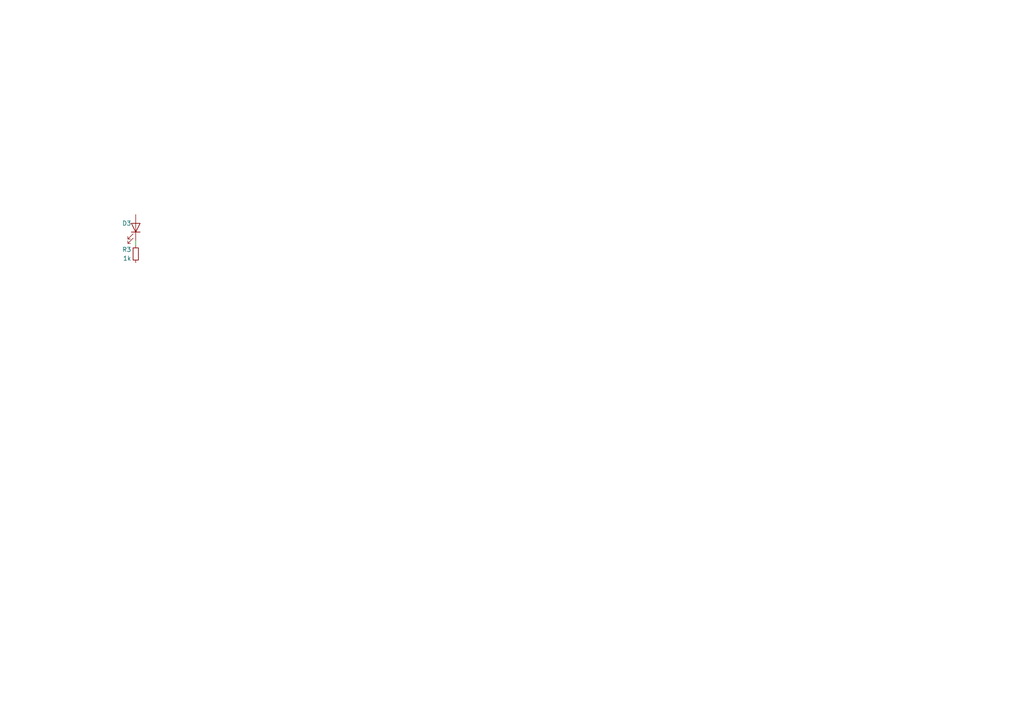
<source format=kicad_sch>
(kicad_sch (version 20250114) (generator "eeschema") (generator_version "9.0")
  (paper "A4")
  (lib_symbols
    (symbol "jlcpcb-basic-resistor-0402:1k"
      (property "Reference" "R" (at 0.762 0.508 0))
      (property "Value" "1k" (at 0.762 -1.016 0))
      (symbol "1k_0_0"
        (rectangle (start -0.762 1.778) (end 0.762 -1.778) (stroke (width 0.2032)))
        (pin passive line (at 0 2.54 270) (length 0.762) (name "~") (number "1"))
        (pin passive line (at 0 -2.54 90) (length 0.762) (name "~") (number "2"))
      )
    )
    (symbol "tom-opto:LED_JLCPCB_0603_GREEN" (pin_numbers (hide yes)) (pin_names (offset 1.016) (hide yes))
      (property "Reference" "D" (at 0 2.54 0))
      (symbol "LED_JLCPCB_0603_GREEN_0_1"
        (polyline (pts (xy -3.048 -0.762) (xy -4.572 -2.286) (xy -3.81 -2.286) (xy -4.572 -2.286) (xy -4.572 -1.524)))
        (polyline (pts (xy -1.778 -0.762) (xy -3.302 -2.286) (xy -2.54 -2.286) (xy -3.302 -2.286) (xy -3.302 -1.524)))
        (polyline (pts (xy -1.27 0) (xy 1.27 0)))
        (polyline (pts (xy -1.27 -1.27) (xy -1.27 1.27)) (stroke (width 0.2032)))
        (polyline (pts (xy 1.27 -1.27) (xy 1.27 1.27) (xy -1.27 0) (xy 1.27 -1.27)) (stroke (width 0.2032)))
      )
      (symbol "LED_JLCPCB_0603_GREEN_1_1"
        (pin passive line (at -3.81 0 0) (length 2.54) (name "K") (number "1"))
        (pin passive line (at 3.81 0 180) (length 2.54) (name "A") (number "2"))
      )
    )
  )
  (wire (pts (xy 39.37 71.12) (xy 39.37 69.85)))
  (symbol (lib_id "tom-opto:LED_JLCPCB_0603_GREEN") (at 39.37 66.04 270) (mirror x) (unit 1)
    (property "Reference" "D3" (at 38.1 64.77 90) (effects (justify right)))
    (property "Value" "GREEN" (effects (hide yes)))
    (property "Footprint" "tom-opto:LED_0805_2012Metric" (effects (hide yes)))
    (property "LCSC" "C2297" (effects (hide yes)))
  )
  (symbol (lib_id "jlcpcb-basic-resistor-0402:1k") (at 39.37 73.66 0) (mirror y) (unit 1)
    (property "Reference" "R3" (at 38.1 72.39 0) (effects (justify left)))
    (property "Value" "1k" (at 38.1 74.93 0) (effects (justify left)))
    (property "Footprint" "tom-passives:R_0402_1005Metric" (effects (hide yes)))
    (property "Datasheet" "https://datasheet.lcsc.com/lcsc/2110251730_UNI-ROYAL-Uniroyal-Elec-0402WGF1001TCE_C11702.pdf" (effects (hide yes)))
    (property "LCSC" "C11702" (effects (hide yes)))
    (property "MFG" "UNI-ROYAL(Uniroyal Elec)" (effects (hide yes)))
    (property "MFGPN" "0402WGF1001TCE" (effects (hide yes)))
  )
)
</source>
